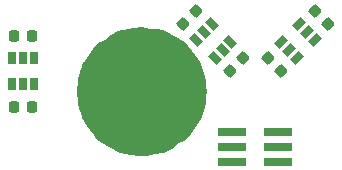
<source format=gbr>
%TF.GenerationSoftware,KiCad,Pcbnew,(6.0.8)*%
%TF.CreationDate,2022-11-08T14:12:11+01:00*%
%TF.ProjectId,Touchpad,546f7563-6870-4616-942e-6b696361645f,rev?*%
%TF.SameCoordinates,Original*%
%TF.FileFunction,Soldermask,Bot*%
%TF.FilePolarity,Negative*%
%FSLAX46Y46*%
G04 Gerber Fmt 4.6, Leading zero omitted, Abs format (unit mm)*
G04 Created by KiCad (PCBNEW (6.0.8)) date 2022-11-08 14:12:11*
%MOMM*%
%LPD*%
G01*
G04 APERTURE LIST*
G04 Aperture macros list*
%AMRoundRect*
0 Rectangle with rounded corners*
0 $1 Rounding radius*
0 $2 $3 $4 $5 $6 $7 $8 $9 X,Y pos of 4 corners*
0 Add a 4 corners polygon primitive as box body*
4,1,4,$2,$3,$4,$5,$6,$7,$8,$9,$2,$3,0*
0 Add four circle primitives for the rounded corners*
1,1,$1+$1,$2,$3*
1,1,$1+$1,$4,$5*
1,1,$1+$1,$6,$7*
1,1,$1+$1,$8,$9*
0 Add four rect primitives between the rounded corners*
20,1,$1+$1,$2,$3,$4,$5,0*
20,1,$1+$1,$4,$5,$6,$7,0*
20,1,$1+$1,$6,$7,$8,$9,0*
20,1,$1+$1,$8,$9,$2,$3,0*%
%AMRotRect*
0 Rectangle, with rotation*
0 The origin of the aperture is its center*
0 $1 length*
0 $2 width*
0 $3 Rotation angle, in degrees counterclockwise*
0 Add horizontal line*
21,1,$1,$2,0,0,$3*%
G04 Aperture macros list end*
%ADD10C,5.600000*%
%ADD11RoundRect,0.225000X0.225000X0.250000X-0.225000X0.250000X-0.225000X-0.250000X0.225000X-0.250000X0*%
%ADD12RoundRect,0.225000X0.017678X-0.335876X0.335876X-0.017678X-0.017678X0.335876X-0.335876X0.017678X0*%
%ADD13RotRect,1.060000X0.650000X225.000000*%
%ADD14RoundRect,0.225000X0.335876X0.017678X0.017678X0.335876X-0.335876X-0.017678X-0.017678X-0.335876X0*%
%ADD15R,0.650000X1.060000*%
%ADD16RoundRect,0.225000X-0.017678X0.335876X-0.335876X0.017678X0.017678X-0.335876X0.335876X-0.017678X0*%
%ADD17RotRect,1.060000X0.650000X315.000000*%
%ADD18R,2.400000X0.740000*%
G04 APERTURE END LIST*
D10*
%TO.C,TP1*%
X201400000Y-71500000D02*
G75*
G03*
X201400000Y-71500000I-2700000J0D01*
G01*
%TD*%
D11*
%TO.C,C3*%
X189429045Y-66775000D03*
X187879045Y-66775000D03*
%TD*%
D12*
%TO.C,C2*%
X206201992Y-69748008D03*
X207298008Y-68651992D03*
%TD*%
D13*
%TO.C,U3*%
X212006066Y-65750431D03*
X212677817Y-66422183D03*
X213349569Y-67093934D03*
X211793934Y-68649569D03*
X211122183Y-67977817D03*
X210450431Y-67306066D03*
%TD*%
D11*
%TO.C,C4*%
X189429045Y-72775000D03*
X187879045Y-72775000D03*
%TD*%
D14*
%TO.C,C6*%
X210448008Y-69748008D03*
X209351992Y-68651992D03*
%TD*%
D15*
%TO.C,U2*%
X187704045Y-68675000D03*
X188654045Y-68675000D03*
X189604045Y-68675000D03*
X189604045Y-70875000D03*
X188654045Y-70875000D03*
X187704045Y-70875000D03*
%TD*%
D16*
%TO.C,C1*%
X203298008Y-64651992D03*
X202201992Y-65748008D03*
%TD*%
D17*
%TO.C,U1*%
X203300431Y-67093934D03*
X203972183Y-66422183D03*
X204643934Y-65750431D03*
X206199569Y-67306066D03*
X205527817Y-67977817D03*
X204856066Y-68649569D03*
%TD*%
D18*
%TO.C,J1*%
X206350000Y-77420000D03*
X210250000Y-77420000D03*
X206350000Y-76150000D03*
X210250000Y-76150000D03*
X206350000Y-74880000D03*
X210250000Y-74880000D03*
%TD*%
D14*
%TO.C,C5*%
X214448008Y-65748008D03*
X213351992Y-64651992D03*
%TD*%
M02*

</source>
